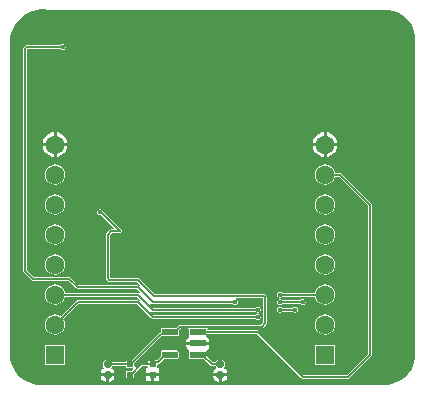
<source format=gbr>
%TF.GenerationSoftware,Altium Limited,Altium Designer,22.6.1 (34)*%
G04 Layer_Physical_Order=2*
G04 Layer_Color=16711680*
%FSLAX45Y45*%
%MOMM*%
%TF.SameCoordinates,421C64DB-711B-49BE-949A-821E8169F4DF*%
%TF.FilePolarity,Positive*%
%TF.FileFunction,Copper,L2,Bot,Signal*%
%TF.Part,Single*%
G01*
G75*
%TA.AperFunction,SMDPad,CuDef*%
%ADD13R,0.60000X0.51000*%
G04:AMPARAMS|DCode=18|XSize=0.635mm|YSize=0.635mm|CornerRadius=0.15875mm|HoleSize=0mm|Usage=FLASHONLY|Rotation=270.000|XOffset=0mm|YOffset=0mm|HoleType=Round|Shape=RoundedRectangle|*
%AMROUNDEDRECTD18*
21,1,0.63500,0.31750,0,0,270.0*
21,1,0.31750,0.63500,0,0,270.0*
1,1,0.31750,-0.15875,-0.15875*
1,1,0.31750,-0.15875,0.15875*
1,1,0.31750,0.15875,0.15875*
1,1,0.31750,0.15875,-0.15875*
%
%ADD18ROUNDEDRECTD18*%
%ADD20R,0.60000X0.56000*%
%TA.AperFunction,Conductor*%
%ADD26C,0.20000*%
%TA.AperFunction,ComponentPad*%
%ADD27C,1.60000*%
%ADD28R,1.60000X1.60000*%
%TA.AperFunction,ViaPad*%
%ADD29C,0.40000*%
%TA.AperFunction,SMDPad,CuDef*%
G04:AMPARAMS|DCode=30|XSize=0.59mm|YSize=1.37mm|CornerRadius=0.04425mm|HoleSize=0mm|Usage=FLASHONLY|Rotation=270.000|XOffset=0mm|YOffset=0mm|HoleType=Round|Shape=RoundedRectangle|*
%AMROUNDEDRECTD30*
21,1,0.59000,1.28150,0,0,270.0*
21,1,0.50150,1.37000,0,0,270.0*
1,1,0.08850,-0.64075,-0.25075*
1,1,0.08850,-0.64075,0.25075*
1,1,0.08850,0.64075,0.25075*
1,1,0.08850,0.64075,-0.25075*
%
%ADD30ROUNDEDRECTD30*%
G36*
X127000Y3175000D02*
X2984500D01*
Y3175000D01*
X3009517D01*
X3058589Y3165239D01*
X3104814Y3146092D01*
X3146415Y3118295D01*
X3181794Y3082915D01*
X3209591Y3041314D01*
X3228738Y2995089D01*
X3238499Y2946017D01*
X3238499Y2921000D01*
X3238500Y254000D01*
Y228983D01*
X3228739Y179911D01*
X3209592Y133686D01*
X3181795Y92084D01*
X3146415Y56705D01*
X3104814Y28908D01*
X3058589Y9761D01*
X3009517Y0D01*
X2984500D01*
X63500Y0D01*
X38483Y0D01*
X-10589Y9761D01*
X-56814Y28908D01*
X-98416Y56705D01*
X-133795Y92084D01*
X-161592Y133686D01*
X-180739Y179911D01*
X-190500Y228983D01*
Y254000D01*
X-190501Y2920999D01*
X-190501Y2921000D01*
Y2921000D01*
X-188420Y2939729D01*
X-179404Y2976323D01*
X-165689Y3011428D01*
X-147509Y3044442D01*
X-125176Y3074801D01*
X-99071Y3101985D01*
X-69641Y3125528D01*
X-37390Y3145030D01*
X-2869Y3160154D01*
X33331Y3170644D01*
X70590Y3176318D01*
X108271Y3177081D01*
X127000Y3175000D01*
D02*
G37*
%LPC*%
G36*
X254000Y2882990D02*
X244246Y2881049D01*
X235976Y2875524D01*
X234782Y2873736D01*
X-51784D01*
X-63265Y2868981D01*
X-74981Y2857265D01*
X-79736Y2845784D01*
Y964216D01*
X-74981Y952735D01*
X-5623Y883377D01*
X5858Y878622D01*
X304917D01*
X369519Y814019D01*
X381000Y809264D01*
X882275D01*
X908807Y782731D01*
X900480Y773481D01*
X889000Y778236D01*
X274096D01*
X273312Y784189D01*
X264747Y804867D01*
X251123Y822623D01*
X233367Y836247D01*
X212689Y844812D01*
X190500Y847733D01*
X168311Y844812D01*
X147633Y836247D01*
X129877Y822623D01*
X116253Y804867D01*
X107688Y784189D01*
X104767Y762000D01*
X107688Y739811D01*
X116253Y719133D01*
X129877Y701377D01*
X147633Y687753D01*
X168311Y679188D01*
X190500Y676267D01*
X212689Y679188D01*
X233367Y687753D01*
X251123Y701377D01*
X264747Y719133D01*
X273312Y739811D01*
X274096Y745764D01*
X882275D01*
X908807Y719231D01*
X900480Y709981D01*
X889000Y714736D01*
X381000D01*
X369519Y709981D01*
X238131Y578592D01*
X233367Y582247D01*
X212689Y590812D01*
X190500Y593733D01*
X168311Y590812D01*
X147633Y582247D01*
X129877Y568623D01*
X116253Y550867D01*
X107688Y530189D01*
X104767Y508000D01*
X107688Y485811D01*
X116253Y465133D01*
X129877Y447377D01*
X147633Y433753D01*
X168311Y425188D01*
X190500Y422267D01*
X212689Y425188D01*
X233367Y433753D01*
X251123Y447377D01*
X264747Y465133D01*
X273312Y485811D01*
X276233Y508000D01*
X273312Y530189D01*
X264747Y550867D01*
X261092Y555631D01*
X387725Y682264D01*
X882275D01*
X1004519Y560019D01*
X1016000Y555264D01*
X1885782D01*
X1886976Y553476D01*
X1895246Y547951D01*
X1905000Y546010D01*
X1914754Y547951D01*
X1923024Y553476D01*
X1928549Y561746D01*
X1930490Y571500D01*
X1928549Y581254D01*
X1923024Y589524D01*
X1914754Y595049D01*
X1905000Y596990D01*
X1895246Y595049D01*
X1886976Y589524D01*
X1885782Y587736D01*
X1022725D01*
X996193Y614269D01*
X1004520Y623519D01*
X1016000Y618764D01*
X1885782D01*
X1886976Y616976D01*
X1895246Y611451D01*
X1905000Y609510D01*
X1914754Y611451D01*
X1923024Y616976D01*
X1928549Y625246D01*
X1930490Y635000D01*
X1928549Y644754D01*
X1923024Y653024D01*
X1914754Y658549D01*
X1905000Y660490D01*
X1895246Y658549D01*
X1886976Y653024D01*
X1885782Y651236D01*
X1022725D01*
X996193Y677769D01*
X1004520Y687019D01*
X1016000Y682264D01*
X1695282D01*
X1696476Y680476D01*
X1704746Y674951D01*
X1714500Y673010D01*
X1724254Y674951D01*
X1732524Y680476D01*
X1738049Y688746D01*
X1739990Y698500D01*
X1738049Y708254D01*
X1732524Y716524D01*
X1724254Y722049D01*
X1718981Y723099D01*
X1720190Y735374D01*
X1721530Y735798D01*
X1950059D01*
X1952264Y733593D01*
Y526441D01*
X1933844Y508021D01*
X1248785D01*
X1237304Y503265D01*
X1213315Y479276D01*
X1097925D01*
X1090712Y476289D01*
X1087724Y469075D01*
Y440736D01*
X1083000D01*
X1071519Y435981D01*
X837539Y202000D01*
X790500D01*
Y187711D01*
X672082D01*
X670539Y195470D01*
X665925Y202375D01*
X659020Y206989D01*
X650875Y208609D01*
X619125D01*
X610980Y206989D01*
X604075Y202375D01*
X599461Y195470D01*
X597841Y187325D01*
Y155575D01*
X599461Y147430D01*
X602440Y138955D01*
X595481Y132267D01*
X589367Y128183D01*
X580245Y114530D01*
X577041Y98425D01*
Y95250D01*
X635000D01*
X692959D01*
Y98425D01*
X689755Y114530D01*
X680633Y128183D01*
X674519Y132267D01*
X667560Y138955D01*
X670539Y147430D01*
X672092Y155239D01*
X790500D01*
Y141000D01*
X847578D01*
X852839Y128300D01*
X837539Y113000D01*
X790500D01*
Y52000D01*
X860500D01*
Y90039D01*
X924725Y154264D01*
X972020D01*
X976295Y149988D01*
X971291Y137032D01*
X968549Y136900D01*
X960600D01*
Y96200D01*
X1016000D01*
X1071400D01*
Y136900D01*
X1063452D01*
X1051000Y137500D01*
X1051000Y165763D01*
X1057501Y172264D01*
X1068981Y177019D01*
X1110685Y218724D01*
X1226075D01*
X1233289Y221712D01*
X1236277Y228925D01*
Y279075D01*
X1233289Y286288D01*
X1226075Y289276D01*
X1097925D01*
X1090712Y286288D01*
X1087724Y279075D01*
Y241685D01*
X1050775Y204736D01*
X1034000D01*
X1031016Y203500D01*
X981000D01*
Y186736D01*
X918000D01*
X906519Y181981D01*
X873200Y148661D01*
X860500Y153922D01*
Y179039D01*
X1089725Y408264D01*
X1142500D01*
X1143610Y408724D01*
X1226075D01*
X1233289Y411712D01*
X1236277Y418925D01*
Y456316D01*
X1255510Y475549D01*
X1318398D01*
X1322724Y469075D01*
Y418925D01*
X1324071Y415672D01*
X1321849Y404889D01*
X1319713Y401117D01*
X1311422Y395578D01*
X1304831Y385712D01*
X1302516Y374075D01*
Y361700D01*
X1397000D01*
X1491484D01*
Y374075D01*
X1489169Y385712D01*
X1482578Y395578D01*
X1474287Y401117D01*
X1472151Y404889D01*
X1469929Y415672D01*
X1471276Y418925D01*
Y427764D01*
X1898775D01*
X2274519Y52019D01*
X2286000Y47264D01*
X2667000D01*
X2678481Y52019D01*
X2868981Y242519D01*
X2873736Y254000D01*
Y1524000D01*
X2868981Y1535481D01*
X2614981Y1789481D01*
X2603500Y1794236D01*
X2560096D01*
X2559312Y1800189D01*
X2550747Y1820867D01*
X2537123Y1838623D01*
X2519367Y1852247D01*
X2498689Y1860812D01*
X2476500Y1863733D01*
X2454311Y1860812D01*
X2433633Y1852247D01*
X2415877Y1838623D01*
X2402253Y1820867D01*
X2393688Y1800189D01*
X2390767Y1778000D01*
X2393688Y1755811D01*
X2402253Y1735133D01*
X2415877Y1717377D01*
X2433633Y1703753D01*
X2454311Y1695188D01*
X2476500Y1692267D01*
X2498689Y1695188D01*
X2519367Y1703753D01*
X2537123Y1717377D01*
X2550747Y1735133D01*
X2559312Y1755811D01*
X2560096Y1761764D01*
X2596775D01*
X2841264Y1517275D01*
Y260725D01*
X2660275Y79736D01*
X2292725D01*
X1916980Y455481D01*
X1905500Y460236D01*
X1479168D01*
X1478075Y462848D01*
X1486530Y475549D01*
X1940569D01*
X1952049Y480304D01*
X1979981Y508235D01*
X1984736Y519716D01*
Y740319D01*
X1979981Y751799D01*
X1968265Y763515D01*
X1956784Y768270D01*
X1032691D01*
X900481Y900481D01*
X889000Y905236D01*
X653441D01*
X651236Y907441D01*
Y1263275D01*
X673225Y1285264D01*
X742000D01*
X753481Y1290020D01*
X758236Y1301500D01*
X753481Y1312981D01*
X598308Y1468154D01*
X595212Y1469436D01*
X595049Y1470254D01*
X589524Y1478524D01*
X581254Y1484049D01*
X571500Y1485990D01*
X561746Y1484049D01*
X553476Y1478524D01*
X547951Y1470254D01*
X546010Y1460500D01*
X547951Y1450746D01*
X553476Y1442476D01*
X561746Y1436951D01*
X571500Y1435010D01*
X581254Y1436951D01*
X582654Y1437886D01*
X691070Y1329469D01*
X686210Y1317736D01*
X666500D01*
X655020Y1312981D01*
X623519Y1281481D01*
X618764Y1270000D01*
Y900716D01*
X623519Y889235D01*
X635235Y877519D01*
X646716Y872764D01*
X882275D01*
X908807Y846231D01*
X900480Y836981D01*
X889000Y841736D01*
X387725D01*
X323123Y906338D01*
X311642Y911094D01*
X12583D01*
X-47264Y970941D01*
Y2839059D01*
X-45059Y2841264D01*
X234782D01*
X235976Y2839476D01*
X244246Y2833951D01*
X254000Y2832010D01*
X263754Y2833951D01*
X272024Y2839476D01*
X277549Y2847746D01*
X279490Y2857500D01*
X277549Y2867254D01*
X272024Y2875524D01*
X263754Y2881049D01*
X254000Y2882990D01*
D02*
G37*
G36*
X2489200Y2136638D02*
Y2044700D01*
X2581138D01*
X2579187Y2059515D01*
X2568567Y2085155D01*
X2551672Y2107172D01*
X2529655Y2124067D01*
X2504015Y2134687D01*
X2489200Y2136638D01*
D02*
G37*
G36*
X203200D02*
Y2044700D01*
X295138D01*
X293187Y2059515D01*
X282567Y2085155D01*
X265672Y2107172D01*
X243655Y2124067D01*
X218015Y2134687D01*
X203200Y2136638D01*
D02*
G37*
G36*
X2463800D02*
X2448985Y2134687D01*
X2423345Y2124067D01*
X2401328Y2107172D01*
X2384433Y2085155D01*
X2373813Y2059515D01*
X2371862Y2044700D01*
X2463800D01*
Y2136638D01*
D02*
G37*
G36*
X177800D02*
X162985Y2134687D01*
X137345Y2124067D01*
X115328Y2107172D01*
X98433Y2085155D01*
X87813Y2059515D01*
X85862Y2044700D01*
X177800D01*
Y2136638D01*
D02*
G37*
G36*
X2581138Y2019300D02*
X2489200D01*
Y1927362D01*
X2504015Y1929313D01*
X2529655Y1939933D01*
X2551672Y1956828D01*
X2568567Y1978845D01*
X2579187Y2004485D01*
X2581138Y2019300D01*
D02*
G37*
G36*
X295138D02*
X203200D01*
Y1927362D01*
X218015Y1929313D01*
X243655Y1939933D01*
X265672Y1956828D01*
X282567Y1978845D01*
X293187Y2004485D01*
X295138Y2019300D01*
D02*
G37*
G36*
X177800D02*
X85862D01*
X87813Y2004485D01*
X98433Y1978845D01*
X115328Y1956828D01*
X137345Y1939933D01*
X162985Y1929313D01*
X177800Y1927362D01*
Y2019300D01*
D02*
G37*
G36*
X2463800D02*
X2371862D01*
X2373813Y2004485D01*
X2384433Y1978845D01*
X2401328Y1956828D01*
X2423345Y1939933D01*
X2448985Y1929313D01*
X2463800Y1927362D01*
Y2019300D01*
D02*
G37*
G36*
X190500Y1863733D02*
X168311Y1860812D01*
X147633Y1852247D01*
X129877Y1838623D01*
X116253Y1820867D01*
X107688Y1800189D01*
X104767Y1778000D01*
X107688Y1755811D01*
X116253Y1735133D01*
X129877Y1717377D01*
X147633Y1703753D01*
X168311Y1695188D01*
X190500Y1692267D01*
X212689Y1695188D01*
X233367Y1703753D01*
X251123Y1717377D01*
X264747Y1735133D01*
X273312Y1755811D01*
X276233Y1778000D01*
X273312Y1800189D01*
X264747Y1820867D01*
X251123Y1838623D01*
X233367Y1852247D01*
X212689Y1860812D01*
X190500Y1863733D01*
D02*
G37*
G36*
X2476500Y1609733D02*
X2454311Y1606812D01*
X2433633Y1598247D01*
X2415877Y1584623D01*
X2402253Y1566867D01*
X2393688Y1546189D01*
X2390767Y1524000D01*
X2393688Y1501811D01*
X2402253Y1481133D01*
X2415877Y1463377D01*
X2433633Y1449753D01*
X2454311Y1441188D01*
X2476500Y1438267D01*
X2498689Y1441188D01*
X2519367Y1449753D01*
X2537123Y1463377D01*
X2550747Y1481133D01*
X2559312Y1501811D01*
X2562233Y1524000D01*
X2559312Y1546189D01*
X2550747Y1566867D01*
X2537123Y1584623D01*
X2519367Y1598247D01*
X2498689Y1606812D01*
X2476500Y1609733D01*
D02*
G37*
G36*
X190500D02*
X168311Y1606812D01*
X147633Y1598247D01*
X129877Y1584623D01*
X116253Y1566867D01*
X107688Y1546189D01*
X104767Y1524000D01*
X107688Y1501811D01*
X116253Y1481133D01*
X129877Y1463377D01*
X147633Y1449753D01*
X168311Y1441188D01*
X190500Y1438267D01*
X212689Y1441188D01*
X233367Y1449753D01*
X251123Y1463377D01*
X264747Y1481133D01*
X273312Y1501811D01*
X276233Y1524000D01*
X273312Y1546189D01*
X264747Y1566867D01*
X251123Y1584623D01*
X233367Y1598247D01*
X212689Y1606812D01*
X190500Y1609733D01*
D02*
G37*
G36*
X2476500Y1355733D02*
X2454311Y1352812D01*
X2433633Y1344247D01*
X2415877Y1330623D01*
X2402253Y1312867D01*
X2393688Y1292189D01*
X2390767Y1270000D01*
X2393688Y1247811D01*
X2402253Y1227133D01*
X2415877Y1209377D01*
X2433633Y1195753D01*
X2454311Y1187188D01*
X2476500Y1184267D01*
X2498689Y1187188D01*
X2519367Y1195753D01*
X2537123Y1209377D01*
X2550747Y1227133D01*
X2559312Y1247811D01*
X2562233Y1270000D01*
X2559312Y1292189D01*
X2550747Y1312867D01*
X2537123Y1330623D01*
X2519367Y1344247D01*
X2498689Y1352812D01*
X2476500Y1355733D01*
D02*
G37*
G36*
X190500D02*
X168311Y1352812D01*
X147633Y1344247D01*
X129877Y1330623D01*
X116253Y1312867D01*
X107688Y1292189D01*
X104767Y1270000D01*
X107688Y1247811D01*
X116253Y1227133D01*
X129877Y1209377D01*
X147633Y1195753D01*
X168311Y1187188D01*
X190500Y1184267D01*
X212689Y1187188D01*
X233367Y1195753D01*
X251123Y1209377D01*
X264747Y1227133D01*
X273312Y1247811D01*
X276233Y1270000D01*
X273312Y1292189D01*
X264747Y1312867D01*
X251123Y1330623D01*
X233367Y1344247D01*
X212689Y1352812D01*
X190500Y1355733D01*
D02*
G37*
G36*
X2476500Y1101733D02*
X2454311Y1098812D01*
X2433633Y1090247D01*
X2415877Y1076623D01*
X2402253Y1058867D01*
X2393688Y1038189D01*
X2390767Y1016000D01*
X2393688Y993811D01*
X2402253Y973133D01*
X2415877Y955377D01*
X2433633Y941753D01*
X2454311Y933188D01*
X2476500Y930267D01*
X2498689Y933188D01*
X2519367Y941753D01*
X2537123Y955377D01*
X2550747Y973133D01*
X2559312Y993811D01*
X2562233Y1016000D01*
X2559312Y1038189D01*
X2550747Y1058867D01*
X2537123Y1076623D01*
X2519367Y1090247D01*
X2498689Y1098812D01*
X2476500Y1101733D01*
D02*
G37*
G36*
X190500D02*
X168311Y1098812D01*
X147633Y1090247D01*
X129877Y1076623D01*
X116253Y1058867D01*
X107688Y1038189D01*
X104767Y1016000D01*
X107688Y993811D01*
X116253Y973133D01*
X129877Y955377D01*
X147633Y941753D01*
X168311Y933188D01*
X190500Y930267D01*
X212689Y933188D01*
X233367Y941753D01*
X251123Y955377D01*
X264747Y973133D01*
X273312Y993811D01*
X276233Y1016000D01*
X273312Y1038189D01*
X264747Y1058867D01*
X251123Y1076623D01*
X233367Y1090247D01*
X212689Y1098812D01*
X190500Y1101733D01*
D02*
G37*
G36*
X2476500Y847733D02*
X2454311Y844812D01*
X2433633Y836247D01*
X2415877Y822623D01*
X2402253Y804867D01*
X2393688Y784189D01*
X2392904Y778236D01*
X2114718D01*
X2113524Y780024D01*
X2105254Y785549D01*
X2095500Y787490D01*
X2085746Y785549D01*
X2077476Y780024D01*
X2071951Y771754D01*
X2070010Y762000D01*
X2071951Y752246D01*
X2077476Y743976D01*
X2085746Y738451D01*
X2095500Y736510D01*
X2105254Y738451D01*
X2113524Y743976D01*
X2114718Y745764D01*
X2392904D01*
X2393688Y739811D01*
X2402253Y719133D01*
X2415877Y701377D01*
X2433633Y687753D01*
X2454311Y679188D01*
X2476500Y676267D01*
X2498689Y679188D01*
X2519367Y687753D01*
X2537123Y701377D01*
X2550747Y719133D01*
X2559312Y739811D01*
X2562233Y762000D01*
X2559312Y784189D01*
X2550747Y804867D01*
X2537123Y822623D01*
X2519367Y836247D01*
X2498689Y844812D01*
X2476500Y847733D01*
D02*
G37*
G36*
X2286000Y723990D02*
X2276246Y722049D01*
X2267976Y716524D01*
X2266782Y714736D01*
X2114718D01*
X2113524Y716524D01*
X2105254Y722049D01*
X2095500Y723990D01*
X2085746Y722049D01*
X2077476Y716524D01*
X2071951Y708254D01*
X2070010Y698500D01*
X2071951Y688746D01*
X2077476Y680476D01*
X2085746Y674951D01*
X2095500Y673010D01*
X2105254Y674951D01*
X2113524Y680476D01*
X2114718Y682264D01*
X2266782D01*
X2267976Y680476D01*
X2276246Y674951D01*
X2286000Y673010D01*
X2295754Y674951D01*
X2304024Y680476D01*
X2309549Y688746D01*
X2311490Y698500D01*
X2309549Y708254D01*
X2304024Y716524D01*
X2295754Y722049D01*
X2286000Y723990D01*
D02*
G37*
G36*
X2222500Y660490D02*
X2212746Y658549D01*
X2204476Y653024D01*
X2203282Y651236D01*
X2114718D01*
X2113524Y653024D01*
X2105254Y658549D01*
X2095500Y660490D01*
X2085746Y658549D01*
X2077476Y653024D01*
X2071951Y644754D01*
X2070010Y635000D01*
X2071951Y625246D01*
X2077476Y616976D01*
X2085746Y611451D01*
X2095500Y609510D01*
X2105254Y611451D01*
X2113524Y616976D01*
X2114718Y618764D01*
X2203282D01*
X2204476Y616976D01*
X2212746Y611451D01*
X2222500Y609510D01*
X2232254Y611451D01*
X2240524Y616976D01*
X2246049Y625246D01*
X2247990Y635000D01*
X2246049Y644754D01*
X2240524Y653024D01*
X2232254Y658549D01*
X2222500Y660490D01*
D02*
G37*
G36*
X2476500Y593733D02*
X2454311Y590812D01*
X2433633Y582247D01*
X2415877Y568623D01*
X2402253Y550867D01*
X2393688Y530189D01*
X2390767Y508000D01*
X2393688Y485811D01*
X2402253Y465133D01*
X2415877Y447377D01*
X2433633Y433753D01*
X2454311Y425188D01*
X2476500Y422267D01*
X2498689Y425188D01*
X2519367Y433753D01*
X2537123Y447377D01*
X2550747Y465133D01*
X2559312Y485811D01*
X2562233Y508000D01*
X2559312Y530189D01*
X2550747Y550867D01*
X2537123Y568623D01*
X2519367Y582247D01*
X2498689Y590812D01*
X2476500Y593733D01*
D02*
G37*
G36*
X2561500Y339000D02*
X2391500D01*
Y169000D01*
X2561500D01*
Y339000D01*
D02*
G37*
G36*
X275500D02*
X105500D01*
Y169000D01*
X275500D01*
Y339000D01*
D02*
G37*
G36*
X1491484Y336300D02*
X1397000D01*
X1302516D01*
Y323925D01*
X1304831Y312288D01*
X1311422Y302423D01*
X1319713Y296883D01*
X1321849Y293111D01*
X1324071Y282328D01*
X1322724Y279075D01*
Y228925D01*
X1325711Y221712D01*
X1332925Y218724D01*
X1448315D01*
X1507069Y159969D01*
X1518550Y155214D01*
X1550413D01*
X1551961Y147430D01*
X1554940Y138955D01*
X1547981Y132267D01*
X1541867Y128183D01*
X1532745Y114530D01*
X1529541Y98425D01*
Y95250D01*
X1587500D01*
X1645459D01*
Y98425D01*
X1642255Y114530D01*
X1633133Y128183D01*
X1627019Y132267D01*
X1620060Y138955D01*
X1623039Y147430D01*
X1624659Y155575D01*
Y187325D01*
X1623039Y195470D01*
X1618425Y202375D01*
X1611520Y206989D01*
X1603375Y208609D01*
X1571625D01*
X1563480Y206989D01*
X1556575Y202375D01*
X1551961Y195470D01*
X1550413Y187686D01*
X1525275D01*
X1471276Y241685D01*
Y279075D01*
X1469929Y282328D01*
X1472151Y293111D01*
X1474287Y296883D01*
X1482578Y302423D01*
X1489169Y312288D01*
X1491484Y323925D01*
Y336300D01*
D02*
G37*
G36*
X1071400Y70800D02*
X1028700D01*
Y30100D01*
X1071400D01*
Y70800D01*
D02*
G37*
G36*
X1003300D02*
X960600D01*
Y30100D01*
X1003300D01*
Y70800D01*
D02*
G37*
G36*
X1645459Y69850D02*
X1600200D01*
Y24591D01*
X1603375D01*
X1619480Y27795D01*
X1633133Y36917D01*
X1642255Y50570D01*
X1645459Y66675D01*
Y69850D01*
D02*
G37*
G36*
X1574800D02*
X1529541D01*
Y66675D01*
X1532745Y50570D01*
X1541867Y36917D01*
X1555520Y27795D01*
X1571625Y24591D01*
X1574800D01*
Y69850D01*
D02*
G37*
G36*
X692959D02*
X647700D01*
Y24591D01*
X650875D01*
X666980Y27795D01*
X680633Y36917D01*
X689755Y50570D01*
X692959Y66675D01*
Y69850D01*
D02*
G37*
G36*
X622300D02*
X577041D01*
Y66675D01*
X580245Y50570D01*
X589367Y36917D01*
X603020Y27795D01*
X619125Y24591D01*
X622300D01*
Y69850D01*
D02*
G37*
%LPD*%
D13*
X825500Y82500D02*
D03*
Y171500D02*
D03*
D18*
X635000Y82550D02*
D03*
Y171450D02*
D03*
X1587500Y82550D02*
D03*
Y171450D02*
D03*
D20*
X1016000Y83500D02*
D03*
Y170500D02*
D03*
D26*
X1162000Y444000D02*
X1201000D01*
X1248785Y491785D01*
X1940569D01*
X1968500Y519716D01*
Y740319D01*
X1025966Y752034D02*
X1956784D01*
X1968500Y740319D01*
X2603500Y1778000D02*
X2857500Y1524000D01*
X2476500Y1778000D02*
X2603500D01*
X2857500Y254000D02*
Y1524000D01*
X2667000Y63500D02*
X2857500Y254000D01*
X2286000Y63500D02*
X2667000D01*
X1905500Y444000D02*
X2286000Y63500D01*
X1397000Y444000D02*
X1905500D01*
X1436000Y254000D02*
X1518550Y171450D01*
X1587500D01*
X1397000Y254000D02*
X1436000D01*
X1083000Y424500D02*
X1142500D01*
X825500Y171500D02*
X830000D01*
X1083000Y424500D01*
X1142500D02*
X1162000Y444000D01*
X635000Y171450D02*
X635025Y171475D01*
X825475D02*
X825500Y171500D01*
X635025Y171475D02*
X825475D01*
X825500Y82500D02*
X830000D01*
X918000Y170500D02*
X1016000D01*
X830000Y82500D02*
X918000Y170500D01*
X1034000Y188500D02*
X1057500D01*
X1016000Y170500D02*
X1034000Y188500D01*
X1123000Y254000D02*
X1162000D01*
X1057500Y188500D02*
X1123000Y254000D01*
X646716Y889000D02*
X889000D01*
X666500Y1301500D02*
X742000D01*
X1016000Y698500D02*
X1714500D01*
X889000Y825500D02*
X1016000Y698500D01*
Y635000D02*
X1905000D01*
X1016000Y571500D02*
X1905000D01*
X889000Y698500D02*
X1016000Y571500D01*
X889000Y762000D02*
X1016000Y635000D01*
X889000Y889000D02*
X1025966Y752034D01*
X635000Y900716D02*
Y1270000D01*
Y900716D02*
X646716Y889000D01*
X381000Y825500D02*
X889000D01*
X311642Y894858D02*
X381000Y825500D01*
X635000Y1270000D02*
X666500Y1301500D01*
X575327Y1456673D02*
X586827D01*
X742000Y1301500D01*
X571500Y1460500D02*
X575327Y1456673D01*
X5858Y894858D02*
X311642D01*
X-63500Y964216D02*
Y2845784D01*
Y964216D02*
X5858Y894858D01*
X-51784Y2857500D02*
X254000D01*
X-63500Y2845784D02*
X-51784Y2857500D01*
X190500Y762000D02*
X889000D01*
X190500Y508000D02*
X381000Y698500D01*
X889000D01*
X2095500Y762000D02*
X2476500D01*
X2095500Y698500D02*
X2286000D01*
X2095500Y635000D02*
X2222500D01*
D27*
X190500Y2032000D02*
D03*
Y1778000D02*
D03*
Y1270000D02*
D03*
Y762000D02*
D03*
Y508000D02*
D03*
Y1016000D02*
D03*
Y1524000D02*
D03*
X2476500D02*
D03*
Y1016000D02*
D03*
Y508000D02*
D03*
Y762000D02*
D03*
Y1270000D02*
D03*
Y1778000D02*
D03*
Y2032000D02*
D03*
D28*
X190500Y254000D02*
D03*
X2476500D02*
D03*
D29*
X3124008Y3066005D02*
D03*
X3024008Y2866004D02*
D03*
X3124008Y2666004D02*
D03*
X3024008Y2466004D02*
D03*
X3124008Y2266004D02*
D03*
X3024008Y2066004D02*
D03*
X3124008Y1866004D02*
D03*
X3024008Y1666004D02*
D03*
X3124008Y1466004D02*
D03*
X3024008Y1266004D02*
D03*
X3124008Y1066003D02*
D03*
X3024008Y866003D02*
D03*
X3124008Y666003D02*
D03*
X3024008Y466003D02*
D03*
X3124008Y266003D02*
D03*
X3024008Y66003D02*
D03*
X2924008Y3066005D02*
D03*
X2824008Y2866004D02*
D03*
X2924008Y2666004D02*
D03*
X2824008Y2466004D02*
D03*
X2924008Y2266004D02*
D03*
X2824008Y2066004D02*
D03*
X2924008Y1866004D02*
D03*
X2824008Y1666004D02*
D03*
X2924008Y1466004D02*
D03*
Y1066003D02*
D03*
Y666003D02*
D03*
Y266003D02*
D03*
X2824008Y66003D02*
D03*
X2724008Y3066005D02*
D03*
X2624007Y2866004D02*
D03*
X2724008Y2666004D02*
D03*
X2624007Y2466004D02*
D03*
X2724008Y2266004D02*
D03*
X2624007Y2066004D02*
D03*
X2724008Y1866004D02*
D03*
X2624007Y1666004D02*
D03*
X2724008Y1466004D02*
D03*
X2624007Y1266004D02*
D03*
X2724008Y1066003D02*
D03*
X2624007Y866003D02*
D03*
X2724008Y666003D02*
D03*
X2624007Y466003D02*
D03*
X2724008Y266003D02*
D03*
X2524007Y3066005D02*
D03*
X2424007Y2866004D02*
D03*
X2524007Y2666004D02*
D03*
X2424007Y2466004D02*
D03*
X2524007Y2266004D02*
D03*
X2424007Y1666004D02*
D03*
Y866003D02*
D03*
X2524007Y666003D02*
D03*
X2324007Y3066005D02*
D03*
X2224007Y2866004D02*
D03*
X2324007Y2666004D02*
D03*
X2224007Y2466004D02*
D03*
X2324007Y2266004D02*
D03*
X2224007Y2066004D02*
D03*
X2324007Y1866004D02*
D03*
X2224007Y1666004D02*
D03*
X2324007Y1466004D02*
D03*
Y1066003D02*
D03*
Y666003D02*
D03*
X2224007Y466003D02*
D03*
X2324007Y266003D02*
D03*
X2224007Y66003D02*
D03*
X2124007Y3066005D02*
D03*
X2024007Y2466004D02*
D03*
X2124007Y2266004D02*
D03*
X2024007Y2066004D02*
D03*
Y1266004D02*
D03*
Y66003D02*
D03*
X1924007Y3066005D02*
D03*
X1824007Y2866004D02*
D03*
Y2466004D02*
D03*
X1924007Y2266004D02*
D03*
X1824007Y2066004D02*
D03*
X1924007Y1866004D02*
D03*
Y1066003D02*
D03*
Y266003D02*
D03*
X1824007Y66003D02*
D03*
X1724007Y3066005D02*
D03*
X1624007Y2466004D02*
D03*
X1724007Y2266004D02*
D03*
Y1866004D02*
D03*
X1624007Y1666004D02*
D03*
Y1266004D02*
D03*
X1724007Y266003D02*
D03*
X1524007Y3066005D02*
D03*
X1424007Y2866004D02*
D03*
Y2466004D02*
D03*
X1524007Y2266004D02*
D03*
Y1866004D02*
D03*
X1424007Y66003D02*
D03*
X1324007Y3066005D02*
D03*
Y2666004D02*
D03*
X1224007Y2466004D02*
D03*
X1324007Y2266004D02*
D03*
Y1866004D02*
D03*
X1224007Y66003D02*
D03*
X1024007Y2866004D02*
D03*
Y2466004D02*
D03*
X1124007Y2266004D02*
D03*
X1024007Y2066004D02*
D03*
X1124007Y1866004D02*
D03*
Y1466004D02*
D03*
X1024007Y466003D02*
D03*
X924007Y3066005D02*
D03*
X824006Y2866004D02*
D03*
Y2466004D02*
D03*
X924007Y1866004D02*
D03*
X824006Y1666004D02*
D03*
X924007Y1466004D02*
D03*
Y1066003D02*
D03*
X624006Y2866004D02*
D03*
Y2466004D02*
D03*
Y2066004D02*
D03*
Y1666004D02*
D03*
X724006Y1466004D02*
D03*
Y1066003D02*
D03*
X524006Y2666004D02*
D03*
X424006Y2466004D02*
D03*
X524006Y2266004D02*
D03*
X424006Y2066004D02*
D03*
Y1666004D02*
D03*
X524006Y1466004D02*
D03*
X424006Y1266004D02*
D03*
Y866003D02*
D03*
Y66003D02*
D03*
X324006Y2266004D02*
D03*
Y1866004D02*
D03*
X224006Y1666004D02*
D03*
X324006Y1466004D02*
D03*
Y1066003D02*
D03*
Y266003D02*
D03*
X224006Y66003D02*
D03*
X124006Y3066005D02*
D03*
Y2266004D02*
D03*
X24006Y2066004D02*
D03*
X124006Y1866004D02*
D03*
X24006Y1666004D02*
D03*
Y1266004D02*
D03*
X124006Y666003D02*
D03*
X24006Y466003D02*
D03*
Y66003D02*
D03*
X571500Y1460500D02*
D03*
X254000Y2857500D02*
D03*
X1714500Y698500D02*
D03*
X1905000Y571500D02*
D03*
Y635000D02*
D03*
X2095500Y762000D02*
D03*
X2286000Y698500D02*
D03*
X2095500D02*
D03*
X2222500Y635000D02*
D03*
X2095500D02*
D03*
D30*
X1397000Y444000D02*
D03*
Y349000D02*
D03*
Y254000D02*
D03*
X1162000D02*
D03*
Y444000D02*
D03*
%TF.MD5,fcc3c5b67702333d4ab7d51cce6dc8a9*%
M02*

</source>
